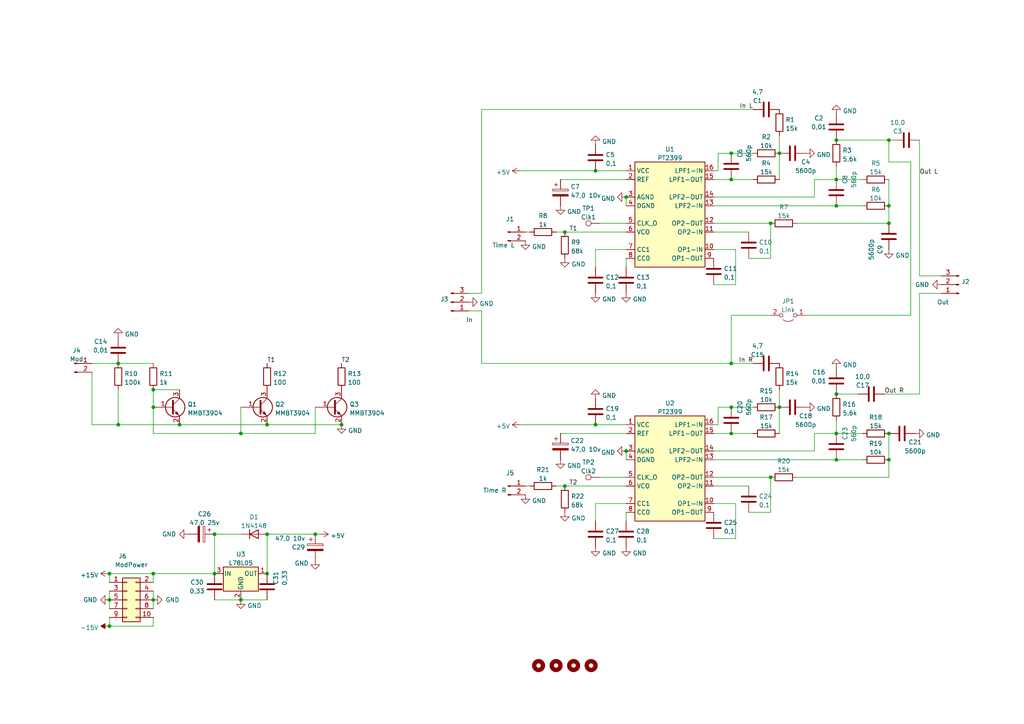
<source format=kicad_sch>
(kicad_sch (version 20211123) (generator eeschema)
  (paper "A4")
  (lib_symbols
    (symbol "Audio:PT2399"
      (property "Reference" "U" (at 0 17.78 0))
      (property "Value" "PT2399" (at 0 -17.78 0))
      (symbol "PT2399_0_1"
        (rectangle (start -10.16 15.24) (end 10.16 -15.24) (stroke (width 0.254)) (fill (type background)))
      )
      (symbol "PT2399_1_1"
        (pin power_in line (at -12.7 12.7 0) (length 2.54) (name "VCC") (number "1"))
        (pin input line (at 12.7 -10.16 180) (length 2.54) (name "OP1-IN") (number "10"))
        (pin input line (at 12.7 -5.08 180) (length 2.54) (name "OP2-IN") (number "11"))
        (pin output line (at 12.7 -2.54 180) (length 2.54) (name "OP2-OUT") (number "12"))
        (pin input line (at 12.7 2.54 180) (length 2.54) (name "LPF2-IN") (number "13"))
        (pin output line (at 12.7 5.08 180) (length 2.54) (name "LPF2-OUT") (number "14"))
        (pin output line (at 12.7 10.16 180) (length 2.54) (name "LPF1-OUT") (number "15"))
        (pin input line (at 12.7 12.7 180) (length 2.54) (name "LPF1-IN") (number "16"))
        (pin passive line (at -12.7 10.16 0) (length 2.54) (name "REF") (number "2"))
        (pin power_in line (at -12.7 5.08 0) (length 2.54) (name "AGND") (number "3"))
        (pin power_in line (at -12.7 2.54 0) (length 2.54) (name "DGND") (number "4"))
        (pin passive line (at -12.7 -2.54 0) (length 2.54) (name "CLK_O") (number "5"))
        (pin passive line (at -12.7 -5.08 0) (length 2.54) (name "VCO") (number "6"))
        (pin passive line (at -12.7 -10.16 0) (length 2.54) (name "CC1") (number "7"))
        (pin passive line (at -12.7 -12.7 0) (length 2.54) (name "CC0") (number "8"))
        (pin output line (at 12.7 -12.7 180) (length 2.54) (name "OP1-OUT") (number "9"))
      )
    )
    (symbol "Connector:Conn_01x02_Male" (pin_names (offset 1.016) hide)
      (property "Reference" "J" (at 0 2.54 0))
      (property "Value" "Conn_01x02_Male" (at 0 -5.08 0))
      (symbol "Conn_01x02_Male_1_1"
        (polyline (pts (xy 1.27 -2.54) (xy 0.8636 -2.54)) (stroke (width 0.1524)))
        (polyline (pts (xy 1.27 0) (xy 0.8636 0)) (stroke (width 0.1524)))
        (rectangle (start 0.8636 -2.413) (end 0 -2.667) (stroke (width 0.1524)) (fill (type outline)))
        (rectangle (start 0.8636 0.127) (end 0 -0.127) (stroke (width 0.1524)) (fill (type outline)))
        (pin passive line (at 5.08 0 180) (length 3.81) (name "Pin_1") (number "1"))
        (pin passive line (at 5.08 -2.54 180) (length 3.81) (name "Pin_2") (number "2"))
      )
    )
    (symbol "Connector:Conn_01x03_Male" (pin_names (offset 1.016) hide)
      (property "Reference" "J" (at 0 5.08 0))
      (property "Value" "Conn_01x03_Male" (at 0 -5.08 0))
      (symbol "Conn_01x03_Male_1_1"
        (polyline (pts (xy 1.27 -2.54) (xy 0.8636 -2.54)) (stroke (width 0.1524)))
        (polyline (pts (xy 1.27 0) (xy 0.8636 0)) (stroke (width 0.1524)))
        (polyline (pts (xy 1.27 2.54) (xy 0.8636 2.54)) (stroke (width 0.1524)))
        (rectangle (start 0.8636 -2.413) (end 0 -2.667) (stroke (width 0.1524)) (fill (type outline)))
        (rectangle (start 0.8636 0.127) (end 0 -0.127) (stroke (width 0.1524)) (fill (type outline)))
        (rectangle (start 0.8636 2.667) (end 0 2.413) (stroke (width 0.1524)) (fill (type outline)))
        (pin passive line (at 5.08 2.54 180) (length 3.81) (name "Pin_1") (number "1"))
        (pin passive line (at 5.08 0 180) (length 3.81) (name "Pin_2") (number "2"))
        (pin passive line (at 5.08 -2.54 180) (length 3.81) (name "Pin_3") (number "3"))
      )
    )
    (symbol "Connector:TestPoint" (pin_numbers hide) (pin_names (offset 0.762) hide)
      (property "Reference" "TP" (at 0 6.858 0))
      (property "Value" "TestPoint" (at 0 5.08 0))
      (symbol "TestPoint_0_1"
        (circle (center 0 3.302) (radius 0.762))
      )
      (symbol "TestPoint_1_1"
        (pin passive line (at 0 0 90) (length 2.54) (name "1") (number "1"))
      )
    )
    (symbol "Connector_Generic:Conn_02x05_Odd_Even" (pin_names (offset 1.016) hide)
      (property "Reference" "J" (at 1.27 7.62 0))
      (property "Value" "Conn_02x05_Odd_Even" (at 1.27 -7.62 0))
      (symbol "Conn_02x05_Odd_Even_1_1"
        (rectangle (start -1.27 -4.953) (end 0 -5.207) (stroke (width 0.1524)))
        (rectangle (start -1.27 -2.413) (end 0 -2.667) (stroke (width 0.1524)))
        (rectangle (start -1.27 0.127) (end 0 -0.127) (stroke (width 0.1524)))
        (rectangle (start -1.27 2.667) (end 0 2.413) (stroke (width 0.1524)))
        (rectangle (start -1.27 5.207) (end 0 4.953) (stroke (width 0.1524)))
        (rectangle (start -1.27 6.35) (end 3.81 -6.35) (stroke (width 0.254)) (fill (type background)))
        (rectangle (start 3.81 -4.953) (end 2.54 -5.207) (stroke (width 0.1524)))
        (rectangle (start 3.81 -2.413) (end 2.54 -2.667) (stroke (width 0.1524)))
        (rectangle (start 3.81 0.127) (end 2.54 -0.127) (stroke (width 0.1524)))
        (rectangle (start 3.81 2.667) (end 2.54 2.413) (stroke (width 0.1524)))
        (rectangle (start 3.81 5.207) (end 2.54 4.953) (stroke (width 0.1524)))
        (pin passive line (at -5.08 5.08 0) (length 3.81) (name "Pin_1") (number "1"))
        (pin passive line (at 7.62 -5.08 180) (length 3.81) (name "Pin_10") (number "10"))
        (pin passive line (at 7.62 5.08 180) (length 3.81) (name "Pin_2") (number "2"))
        (pin passive line (at -5.08 2.54 0) (length 3.81) (name "Pin_3") (number "3"))
        (pin passive line (at 7.62 2.54 180) (length 3.81) (name "Pin_4") (number "4"))
        (pin passive line (at -5.08 0 0) (length 3.81) (name "Pin_5") (number "5"))
        (pin passive line (at 7.62 0 180) (length 3.81) (name "Pin_6") (number "6"))
        (pin passive line (at -5.08 -2.54 0) (length 3.81) (name "Pin_7") (number "7"))
        (pin passive line (at 7.62 -2.54 180) (length 3.81) (name "Pin_8") (number "8"))
        (pin passive line (at -5.08 -5.08 0) (length 3.81) (name "Pin_9") (number "9"))
      )
    )
    (symbol "Device:C" (pin_numbers hide) (pin_names (offset 0.254))
      (property "Reference" "C" (at 0.635 2.54 0))
      (property "Value" "C" (at 0.635 -2.54 0))
      (symbol "C_0_1"
        (polyline (pts (xy -2.032 -0.762) (xy 2.032 -0.762)) (stroke (width 0.508)))
        (polyline (pts (xy -2.032 0.762) (xy 2.032 0.762)) (stroke (width 0.508)))
      )
      (symbol "C_1_1"
        (pin passive line (at 0 3.81 270) (length 2.794) (name "~") (number "1"))
        (pin passive line (at 0 -3.81 90) (length 2.794) (name "~") (number "2"))
      )
    )
    (symbol "Device:C_Polarized" (pin_numbers hide) (pin_names (offset 0.254))
      (property "Reference" "C" (at 0.635 2.54 0))
      (property "Value" "C_Polarized" (at 0.635 -2.54 0))
      (symbol "C_Polarized_0_1"
        (rectangle (start -2.286 0.508) (end 2.286 1.016))
        (polyline (pts (xy -1.778 2.286) (xy -0.762 2.286)))
        (polyline (pts (xy -1.27 2.794) (xy -1.27 1.778)))
        (rectangle (start 2.286 -0.508) (end -2.286 -1.016) (fill (type outline)))
      )
      (symbol "C_Polarized_1_1"
        (pin passive line (at 0 3.81 270) (length 2.794) (name "~") (number "1"))
        (pin passive line (at 0 -3.81 90) (length 2.794) (name "~") (number "2"))
      )
    )
    (symbol "Device:R" (pin_numbers hide) (pin_names (offset 0))
      (property "Reference" "R" (at 2.032 0 90))
      (property "Value" "R" (at 0 0 90))
      (symbol "R_0_1"
        (rectangle (start -1.016 -2.54) (end 1.016 2.54) (stroke (width 0.254)))
      )
      (symbol "R_1_1"
        (pin passive line (at 0 3.81 270) (length 1.27) (name "~") (number "1"))
        (pin passive line (at 0 -3.81 90) (length 1.27) (name "~") (number "2"))
      )
    )
    (symbol "Diode:1N4148" (pin_numbers hide) (pin_names hide)
      (property "Reference" "D" (at 0 2.54 0))
      (property "Value" "1N4148" (at 0 -2.54 0))
      (symbol "1N4148_0_1"
        (polyline (pts (xy -1.27 1.27) (xy -1.27 -1.27)) (stroke (width 0.254)))
        (polyline (pts (xy 1.27 0) (xy -1.27 0)))
        (polyline (pts (xy 1.27 1.27) (xy 1.27 -1.27) (xy -1.27 0) (xy 1.27 1.27)) (stroke (width 0.254)))
      )
      (symbol "1N4148_1_1"
        (pin passive line (at -3.81 0 0) (length 2.54) (name "K") (number "1"))
        (pin passive line (at 3.81 0 180) (length 2.54) (name "A") (number "2"))
      )
    )
    (symbol "Jumper:Jumper_2_Open" (pin_names (offset 0) hide)
      (property "Reference" "JP" (at 0 2.794 0))
      (property "Value" "Jumper_2_Open" (at 0 -2.286 0))
      (symbol "Jumper_2_Open_0_0"
        (circle (center -2.032 0) (radius 0.508))
        (circle (center 2.032 0) (radius 0.508))
      )
      (symbol "Jumper_2_Open_0_1"
        (arc (start 1.524 1.27) (mid 0 1.778) (end -1.524 1.27))
      )
      (symbol "Jumper_2_Open_1_1"
        (pin passive line (at -5.08 0 0) (length 2.54) (name "A") (number "1"))
        (pin passive line (at 5.08 0 180) (length 2.54) (name "B") (number "2"))
      )
    )
    (symbol "Mechanical:MountingHole" (pin_names (offset 1.016))
      (property "Reference" "H" (at 0 5.08 0))
      (property "Value" "MountingHole" (at 0 3.175 0))
      (symbol "MountingHole_0_1"
        (circle (center 0 0) (radius 1.27) (stroke (width 1.27)))
      )
    )
    (symbol "Regulator_Linear:L78L05_SOT89" (pin_names (offset 0.254))
      (property "Reference" "U" (at -3.81 3.175 0))
      (property "Value" "L78L05_SOT89" (at -0.635 3.175 0))
      (symbol "L78L05_SOT89_0_1"
        (rectangle (start -5.08 1.905) (end 5.08 -5.08) (stroke (width 0.254)) (fill (type background)))
      )
      (symbol "L78L05_SOT89_1_1"
        (pin power_out line (at 7.62 0 180) (length 2.54) (name "OUT") (number "1"))
        (pin power_in line (at 0 -7.62 90) (length 2.54) (name "GND") (number "2"))
        (pin power_in line (at -7.62 0 0) (length 2.54) (name "IN") (number "3"))
      )
    )
    (symbol "Transistor_BJT:MMBT3904" (pin_names (offset 0) hide)
      (property "Reference" "Q" (at 5.08 1.905 0))
      (property "Value" "MMBT3904" (at 5.08 0 0))
      (symbol "MMBT3904_0_1"
        (polyline (pts (xy 0.635 0.635) (xy 2.54 2.54)))
        (polyline (pts (xy 0.635 -0.635) (xy 2.54 -2.54) (xy 2.54 -2.54)))
        (polyline (pts (xy 0.635 1.905) (xy 0.635 -1.905) (xy 0.635 -1.905)) (stroke (width 0.508)))
        (polyline (pts (xy 1.27 -1.778) (xy 1.778 -1.27) (xy 2.286 -2.286) (xy 1.27 -1.778) (xy 1.27 -1.778)) (fill (type outline)))
        (circle (center 1.27 0) (radius 2.8194) (stroke (width 0.254)))
      )
      (symbol "MMBT3904_1_1"
        (pin input line (at -5.08 0 0) (length 5.715) (name "B") (number "1"))
        (pin passive line (at 2.54 -5.08 90) (length 2.54) (name "E") (number "2"))
        (pin passive line (at 2.54 5.08 270) (length 2.54) (name "C") (number "3"))
      )
    )
    (symbol "power:+15V" (power) (pin_names (offset 0))
      (property "Value" "+15V" (at 0 3.556 0))
      (symbol "+15V_0_1"
        (polyline (pts (xy -0.762 1.27) (xy 0 2.54)))
        (polyline (pts (xy 0 0) (xy 0 2.54)))
        (polyline (pts (xy 0 2.54) (xy 0.762 1.27)))
      )
      (symbol "+15V_1_1"
        (pin power_in line (at 0 0 90) (length 0) hide (name "+15V") (number "1"))
      )
    )
    (symbol "power:+5V" (power) (pin_names (offset 0))
      (property "Value" "+5V" (at 0 3.556 0))
      (symbol "+5V_0_1"
        (polyline (pts (xy -0.762 1.27) (xy 0 2.54)))
        (polyline (pts (xy 0 0) (xy 0 2.54)))
        (polyline (pts (xy 0 2.54) (xy 0.762 1.27)))
      )
      (symbol "+5V_1_1"
        (pin power_in line (at 0 0 90) (length 0) hide (name "+5V") (number "1"))
      )
    )
    (symbol "power:-15V" (power) (pin_names (offset 0))
      (property "Value" "-15V" (at 0 3.81 0))
      (symbol "-15V_0_0"
        (pin power_in line (at 0 0 90) (length 0) hide (name "-15V") (number "1"))
      )
      (symbol "-15V_0_1"
        (polyline (pts (xy 0 0) (xy 0 1.27) (xy 0.762 1.27) (xy 0 2.54) (xy -0.762 1.27) (xy 0 1.27)) (fill (type outline)))
      )
    )
    (symbol "power:GND" (power) (pin_names (offset 0))
      (property "Value" "GND" (at 0 -3.81 0))
      (symbol "GND_0_1"
        (polyline (pts (xy 0 0) (xy 0 -1.27) (xy 1.27 -1.27) (xy 0 -2.54) (xy -1.27 -1.27) (xy 0 -1.27)))
      )
      (symbol "GND_1_1"
        (pin power_in line (at 0 0 270) (length 0) hide (name "GND") (number "1"))
      )
    )
  )
  (junction (at 242.57 59.69))
  (junction (at 69.85 125.73))
  (junction (at 181.61 130.81))
  (junction (at 69.85 173.99))
  (junction (at 91.44 154.94))
  (junction (at 77.47 154.94))
  (junction (at 257.81 40.64))
  (junction (at 242.57 52.07))
  (junction (at 62.23 166.37))
  (junction (at 172.72 49.53))
  (junction (at 242.57 40.64))
  (junction (at 242.57 133.35))
  (junction (at 44.45 173.99))
  (junction (at 62.23 154.94))
  (junction (at 226.06 118.11))
  (junction (at 223.52 138.43))
  (junction (at 242.57 114.3))
  (junction (at 77.47 123.19))
  (junction (at 44.45 113.03))
  (junction (at 226.06 44.45))
  (junction (at 163.83 67.31))
  (junction (at 223.52 64.77))
  (junction (at 172.72 123.19))
  (junction (at 181.61 57.15))
  (junction (at 212.09 105.41))
  (junction (at 212.09 44.45))
  (junction (at 212.09 52.07))
  (junction (at 257.81 64.77))
  (junction (at 31.75 173.99))
  (junction (at 77.47 166.37))
  (junction (at 212.09 118.11))
  (junction (at 52.07 123.19))
  (junction (at 44.45 118.11))
  (junction (at 34.29 123.19))
  (junction (at 257.81 59.69))
  (junction (at 31.75 181.61))
  (junction (at 212.09 125.73))
  (junction (at 99.06 123.19))
  (junction (at 44.45 166.37))
  (junction (at 31.75 166.37))
  (junction (at 242.57 125.73))
  (junction (at 163.83 140.97))
  (junction (at 257.81 133.35))
  (junction (at 34.29 105.41))
  (junction (at 257.81 125.73))
  (wire (pts (xy 212.09 125.73) (xy 218.44 125.73)))
  (wire (pts (xy 31.75 166.37) (xy 44.45 166.37)))
  (wire (pts (xy 44.45 166.37) (xy 44.45 168.91)))
  (wire (pts (xy 242.57 133.35) (xy 250.19 133.35)))
  (wire (pts (xy 236.22 52.07) (xy 242.57 52.07)))
  (wire (pts (xy 91.44 118.11) (xy 91.44 125.73)))
  (wire (pts (xy 207.01 140.97) (xy 217.17 140.97)))
  (wire (pts (xy 242.57 48.26) (xy 242.57 52.07)))
  (wire (pts (xy 69.85 118.11) (xy 69.85 125.73)))
  (wire (pts (xy 207.01 52.07) (xy 212.09 52.07)))
  (wire (pts (xy 223.52 148.59) (xy 223.52 138.43)))
  (wire (pts (xy 181.61 130.81) (xy 181.61 133.35)))
  (wire (pts (xy 181.61 74.93) (xy 181.61 77.47)))
  (wire (pts (xy 181.61 57.15) (xy 181.61 59.69)))
  (wire (pts (xy 31.75 168.91) (xy 31.75 166.37)))
  (wire (pts (xy 213.36 146.05) (xy 207.01 146.05)))
  (wire (pts (xy 212.09 105.41) (xy 218.44 105.41)))
  (wire (pts (xy 242.57 125.73) (xy 250.19 125.73)))
  (wire (pts (xy 207.01 82.55) (xy 213.36 82.55)))
  (wire (pts (xy 139.7 90.17) (xy 139.7 105.41)))
  (wire (pts (xy 34.29 113.03) (xy 34.29 123.19)))
  (wire (pts (xy 223.52 74.93) (xy 223.52 64.77)))
  (wire (pts (xy 213.36 72.39) (xy 207.01 72.39)))
  (wire (pts (xy 257.81 138.43) (xy 257.81 133.35)))
  (wire (pts (xy 212.09 44.45) (xy 218.44 44.45)))
  (wire (pts (xy 264.16 91.44) (xy 264.16 46.99)))
  (wire (pts (xy 226.06 39.37) (xy 226.06 44.45)))
  (wire (pts (xy 207.01 123.19) (xy 208.28 123.19)))
  (wire (pts (xy 151.13 123.19) (xy 172.72 123.19)))
  (wire (pts (xy 77.47 154.94) (xy 77.47 166.37)))
  (wire (pts (xy 226.06 44.45) (xy 226.06 52.07)))
  (wire (pts (xy 208.28 123.19) (xy 208.28 118.11)))
  (wire (pts (xy 161.29 67.31) (xy 163.83 67.31)))
  (wire (pts (xy 26.67 107.95) (xy 26.67 123.19)))
  (wire (pts (xy 213.36 82.55) (xy 213.36 72.39)))
  (wire (pts (xy 242.57 59.69) (xy 250.19 59.69)))
  (wire (pts (xy 151.13 49.53) (xy 172.72 49.53)))
  (wire (pts (xy 31.75 171.45) (xy 31.75 173.99)))
  (wire (pts (xy 44.45 166.37) (xy 62.23 166.37)))
  (wire (pts (xy 208.28 44.45) (xy 212.09 44.45)))
  (wire (pts (xy 152.4 67.31) (xy 153.67 67.31)))
  (wire (pts (xy 217.17 74.93) (xy 223.52 74.93)))
  (wire (pts (xy 273.05 80.01) (xy 266.7 80.01)))
  (wire (pts (xy 31.75 173.99) (xy 31.75 176.53)))
  (wire (pts (xy 207.01 156.21) (xy 213.36 156.21)))
  (wire (pts (xy 26.67 105.41) (xy 34.29 105.41)))
  (wire (pts (xy 236.22 130.81) (xy 236.22 125.73)))
  (wire (pts (xy 91.44 154.94) (xy 77.47 154.94)))
  (wire (pts (xy 163.83 67.31) (xy 181.61 67.31)))
  (wire (pts (xy 207.01 130.81) (xy 236.22 130.81)))
  (wire (pts (xy 52.07 123.19) (xy 77.47 123.19)))
  (wire (pts (xy 223.52 138.43) (xy 207.01 138.43)))
  (wire (pts (xy 236.22 57.15) (xy 236.22 52.07)))
  (wire (pts (xy 92.71 154.94) (xy 91.44 154.94)))
  (wire (pts (xy 162.56 52.07) (xy 181.61 52.07)))
  (wire (pts (xy 257.81 40.64) (xy 259.08 40.64)))
  (wire (pts (xy 273.05 85.09) (xy 266.7 85.09)))
  (wire (pts (xy 139.7 31.75) (xy 218.44 31.75)))
  (wire (pts (xy 233.68 91.44) (xy 264.16 91.44)))
  (wire (pts (xy 266.7 85.09) (xy 266.7 114.3)))
  (wire (pts (xy 226.06 118.11) (xy 226.06 125.73)))
  (wire (pts (xy 231.14 64.77) (xy 257.81 64.77)))
  (wire (pts (xy 257.81 46.99) (xy 257.81 40.64)))
  (wire (pts (xy 31.75 181.61) (xy 44.45 181.61)))
  (wire (pts (xy 217.17 148.59) (xy 223.52 148.59)))
  (wire (pts (xy 135.89 85.09) (xy 139.7 85.09)))
  (wire (pts (xy 257.81 125.73) (xy 257.81 133.35)))
  (wire (pts (xy 44.45 118.11) (xy 44.45 125.73)))
  (wire (pts (xy 181.61 72.39) (xy 172.72 72.39)))
  (wire (pts (xy 31.75 179.07) (xy 31.75 181.61)))
  (wire (pts (xy 207.01 57.15) (xy 236.22 57.15)))
  (wire (pts (xy 34.29 123.19) (xy 52.07 123.19)))
  (wire (pts (xy 34.29 105.41) (xy 44.45 105.41)))
  (wire (pts (xy 77.47 123.19) (xy 99.06 123.19)))
  (wire (pts (xy 139.7 105.41) (xy 212.09 105.41)))
  (wire (pts (xy 207.01 49.53) (xy 208.28 49.53)))
  (wire (pts (xy 212.09 52.07) (xy 218.44 52.07)))
  (wire (pts (xy 242.57 40.64) (xy 257.81 40.64)))
  (wire (pts (xy 236.22 125.73) (xy 242.57 125.73)))
  (wire (pts (xy 173.99 64.77) (xy 181.61 64.77)))
  (wire (pts (xy 91.44 125.73) (xy 69.85 125.73)))
  (wire (pts (xy 213.36 156.21) (xy 213.36 146.05)))
  (wire (pts (xy 62.23 173.99) (xy 69.85 173.99)))
  (wire (pts (xy 172.72 72.39) (xy 172.72 77.47)))
  (wire (pts (xy 172.72 123.19) (xy 181.61 123.19)))
  (wire (pts (xy 172.72 49.53) (xy 181.61 49.53)))
  (wire (pts (xy 181.61 148.59) (xy 181.61 151.13)))
  (wire (pts (xy 226.06 113.03) (xy 226.06 118.11)))
  (wire (pts (xy 242.57 114.3) (xy 248.92 114.3)))
  (wire (pts (xy 257.81 52.07) (xy 257.81 59.69)))
  (wire (pts (xy 172.72 146.05) (xy 172.72 151.13)))
  (wire (pts (xy 135.89 90.17) (xy 139.7 90.17)))
  (wire (pts (xy 207.01 67.31) (xy 217.17 67.31)))
  (wire (pts (xy 62.23 154.94) (xy 62.23 166.37)))
  (wire (pts (xy 181.61 146.05) (xy 172.72 146.05)))
  (wire (pts (xy 264.16 46.99) (xy 257.81 46.99)))
  (wire (pts (xy 69.85 154.94) (xy 62.23 154.94)))
  (wire (pts (xy 44.45 181.61) (xy 44.45 179.07)))
  (wire (pts (xy 173.99 138.43) (xy 181.61 138.43)))
  (wire (pts (xy 242.57 121.92) (xy 242.57 125.73)))
  (wire (pts (xy 152.4 140.97) (xy 153.67 140.97)))
  (wire (pts (xy 207.01 59.69) (xy 242.57 59.69)))
  (wire (pts (xy 223.52 91.44) (xy 212.09 91.44)))
  (wire (pts (xy 139.7 31.75) (xy 139.7 85.09)))
  (wire (pts (xy 208.28 49.53) (xy 208.28 44.45)))
  (wire (pts (xy 242.57 52.07) (xy 250.19 52.07)))
  (wire (pts (xy 44.45 171.45) (xy 44.45 173.99)))
  (wire (pts (xy 162.56 125.73) (xy 181.61 125.73)))
  (wire (pts (xy 52.07 113.03) (xy 44.45 113.03)))
  (wire (pts (xy 231.14 138.43) (xy 257.81 138.43)))
  (wire (pts (xy 26.67 123.19) (xy 34.29 123.19)))
  (wire (pts (xy 266.7 114.3) (xy 256.54 114.3)))
  (wire (pts (xy 208.28 118.11) (xy 212.09 118.11)))
  (wire (pts (xy 69.85 173.99) (xy 77.47 173.99)))
  (wire (pts (xy 212.09 91.44) (xy 212.09 105.41)))
  (wire (pts (xy 207.01 133.35) (xy 242.57 133.35)))
  (wire (pts (xy 212.09 118.11) (xy 218.44 118.11)))
  (wire (pts (xy 163.83 140.97) (xy 181.61 140.97)))
  (wire (pts (xy 257.81 64.77) (xy 257.81 59.69)))
  (wire (pts (xy 44.45 173.99) (xy 44.45 176.53)))
  (wire (pts (xy 207.01 125.73) (xy 212.09 125.73)))
  (wire (pts (xy 44.45 125.73) (xy 69.85 125.73)))
  (wire (pts (xy 161.29 140.97) (xy 163.83 140.97)))
  (wire (pts (xy 266.7 40.64) (xy 266.7 80.01)))
  (wire (pts (xy 223.52 64.77) (xy 207.01 64.77)))
  (wire (pts (xy 44.45 113.03) (xy 44.45 118.11)))
  (label "T2" (at 99.06 105.41 0))
  (label "Out R" (at 256.54 114.3 0))
  (label "In R" (at 218.44 105.41 180))
  (label "T2" (at 165.1 140.97 0))
  (label "T1" (at 165.1 67.31 0))
  (label "Out L" (at 266.7 50.8 0))
  (label "T1" (at 77.47 105.41 0))
  (label "In L" (at 218.44 31.75 180))
  (symbol (lib_id "Mechanical:MountingHole") (at 166.37 193.04 0) (unit 1)
    (property "Reference" "H3" (effects hide))
    (property "Value" "MountingHole" (effects hide))
    (property "Footprint" "MountingHole:MountingHole_3.2mm_M3" (effects hide))
  )
  (symbol (lib_id "power:GND") (at 152.4 143.51 0) (unit 1)
    (property "Reference" "#PWR022" (effects hide))
    (property "Value" "GND" (at 154.305 145.2138 0) (effects (justify left)))
  )
  (symbol (lib_id "Device:C") (at 257.81 68.58 0) (unit 1)
    (property "Reference" "C9" (at 255.27 72.39 90))
    (property "Value" "5600p" (at 252.73 72.39 90))
    (property "Footprint" "Capacitor_THT:C_Disc_D5.0mm_W2.5mm_P2.50mm" (effects hide))
  )
  (symbol (lib_id "Device:R") (at 254 59.69 90) (unit 1)
    (property "Reference" "R6" (at 254 54.9742 90))
    (property "Value" "10k" (at 254 57.5111 90))
    (property "Footprint" "Resistor_SMD:R_1206_3216Metric_Pad1.30x1.75mm_HandSolder" (effects hide))
  )
  (symbol (lib_id "power:GND") (at 31.75 173.99 270) (unit 1)
    (property "Reference" "#PWR030" (effects hide))
    (property "Value" "GND" (at 24.13 173.99 90) (effects (justify left)))
  )
  (symbol (lib_id "Device:C") (at 262.89 40.64 270) (unit 1)
    (property "Reference" "C3" (at 260.35 38.1 90))
    (property "Value" "10,0" (at 260.35 35.56 90))
    (property "Footprint" "Capacitor_SMD:C_0805_2012Metric_Pad1.18x1.45mm_HandSolder" (effects hide))
  )
  (symbol (lib_id "power:GND") (at 135.89 87.63 90) (unit 1)
    (property "Reference" "#PWR?" (effects hide))
    (property "Value" "GND" (at 139.065 88.0638 90) (effects (justify right)))
  )
  (symbol (lib_id "power:GND") (at 44.45 173.99 90) (unit 1)
    (property "Reference" "#PWR031" (effects hide))
    (property "Value" "GND" (at 52.07 173.99 90) (effects (justify left)))
  )
  (symbol (lib_id "Mechanical:MountingHole") (at 156.21 193.04 0) (unit 1)
    (property "Reference" "H1" (effects hide))
    (property "Value" "MountingHole" (effects hide))
    (property "Footprint" "MountingHole:MountingHole_3.2mm_M3" (effects hide))
  )
  (symbol (lib_id "power:+15V") (at 31.75 166.37 90) (unit 1)
    (property "Reference" "#PWR029" (effects hide))
    (property "Value" "+15V" (at 28.575 166.8038 90) (effects (justify left)))
  )
  (symbol (lib_id "Device:R") (at 77.47 109.22 180) (unit 1)
    (property "Reference" "R12" (at 79.248 108.3853 0) (effects (justify right)))
    (property "Value" "100" (at 79.248 110.9222 0) (effects (justify right)))
    (property "Footprint" "Resistor_SMD:R_1206_3216Metric_Pad1.30x1.75mm_HandSolder" (effects hide))
  )
  (symbol (lib_id "power:GND") (at 242.57 106.68 180) (unit 1)
    (property "Reference" "#PWR014" (effects hide))
    (property "Value" "GND" (at 244.475 105.8438 0) (effects (justify right)))
  )
  (symbol (lib_id "Device:R") (at 227.33 64.77 90) (unit 1)
    (property "Reference" "R7" (at 227.33 60.0542 90))
    (property "Value" "15k" (at 227.33 62.5911 90))
    (property "Footprint" "Resistor_SMD:R_1206_3216Metric_Pad1.30x1.75mm_HandSolder" (effects hide))
  )
  (symbol (lib_id "Device:R") (at 226.06 35.56 180) (unit 1)
    (property "Reference" "R1" (at 227.838 34.7253 0) (effects (justify right)))
    (property "Value" "15k" (at 227.838 37.2622 0) (effects (justify right)))
    (property "Footprint" "Resistor_SMD:R_1206_3216Metric_Pad1.30x1.75mm_HandSolder" (effects hide))
  )
  (symbol (lib_id "Device:C") (at 181.61 81.28 0) (unit 1)
    (property "Reference" "C13" (at 184.531 80.4453 0) (effects (justify left)))
    (property "Value" "0,1" (at 184.531 82.9822 0) (effects (justify left)))
    (property "Footprint" "Capacitor_SMD:C_1206_3216Metric_Pad1.33x1.80mm_HandSolder" (effects hide))
  )
  (symbol (lib_id "power:GND") (at 172.72 115.57 180) (unit 1)
    (property "Reference" "#PWR015" (effects hide))
    (property "Value" "GND" (at 174.625 114.7338 0) (effects (justify right)))
  )
  (symbol (lib_id "Device:R") (at 44.45 109.22 180) (unit 1)
    (property "Reference" "R11" (at 46.228 108.3853 0) (effects (justify right)))
    (property "Value" "1k" (at 46.228 110.9222 0) (effects (justify right)))
    (property "Footprint" "Resistor_SMD:R_1206_3216Metric_Pad1.30x1.75mm_HandSolder" (effects hide))
  )
  (symbol (lib_id "Device:C_Polarized") (at 162.56 55.88 0) (unit 1)
    (property "Reference" "C7" (at 165.481 54.1563 0) (effects (justify left)))
    (property "Value" "47,0 10v" (at 165.481 56.6932 0) (effects (justify left)))
    (property "Footprint" "Capacitor_THT:CP_Radial_D5.0mm_P2.50mm" (effects hide))
  )
  (symbol (lib_id "power:GND") (at 163.83 74.93 0) (unit 1)
    (property "Reference" "#PWR09" (effects hide))
    (property "Value" "GND" (at 165.735 76.6338 0) (effects (justify left)))
  )
  (symbol (lib_id "Connector_Generic:Conn_02x05_Odd_Even") (at 36.83 173.99 0) (unit 1)
    (property "Reference" "J6" (at 35.56 161.29 0))
    (property "Value" "ModPower" (at 38.1 163.83 0))
    (property "Footprint" "Connector_PinHeader_2.54mm:PinHeader_2x05_P2.54mm_Vertical" (effects hide))
  )
  (symbol (lib_id "Device:R") (at 226.06 109.22 180) (unit 1)
    (property "Reference" "R14" (at 227.838 108.3853 0) (effects (justify right)))
    (property "Value" "15k" (at 227.838 110.9222 0) (effects (justify right)))
    (property "Footprint" "Resistor_SMD:R_1206_3216Metric_Pad1.30x1.75mm_HandSolder" (effects hide))
  )
  (symbol (lib_id "power:GND") (at 242.57 33.02 180) (unit 1)
    (property "Reference" "#PWR01" (effects hide))
    (property "Value" "GND" (at 244.475 32.1838 0) (effects (justify right)))
  )
  (symbol (lib_id "Diode:1N4148") (at 73.66 154.94 0) (unit 1)
    (property "Reference" "D1" (at 73.66 149.9702 0))
    (property "Value" "1N4148" (at 73.66 152.5071 0))
    (property "Footprint" "Diode_SMD:D_MiniMELF" (effects hide))
    (property "Datasheet" "https://assets.nexperia.com/documents/data-sheet/1N4148_1N4448.pdf" (effects hide))
  )
  (symbol (lib_id "Device:R") (at 163.83 71.12 180) (unit 1)
    (property "Reference" "R9" (at 165.608 70.2853 0) (effects (justify right)))
    (property "Value" "68k" (at 165.608 72.8222 0) (effects (justify right)))
    (property "Footprint" "Resistor_SMD:R_1206_3216Metric_Pad1.30x1.75mm_HandSolder" (effects hide))
  )
  (symbol (lib_id "Connector:Conn_01x02_Male") (at 21.59 105.41 0) (unit 1)
    (property "Reference" "J4" (at 22.225 101.634 0))
    (property "Value" "Mod" (at 22.225 104.1709 0))
    (property "Footprint" "Connector_PinHeader_2.54mm:PinHeader_1x02_P2.54mm_Vertical" (effects hide))
  )
  (symbol (lib_id "power:GND") (at 265.43 125.73 90) (unit 1)
    (property "Reference" "#PWR019" (effects hide))
    (property "Value" "GND" (at 268.605 126.1638 90) (effects (justify right)))
  )
  (symbol (lib_id "Regulator_Linear:L78L05_SOT89") (at 69.85 166.37 0) (unit 1)
    (property "Reference" "U3" (at 69.85 160.7652 0))
    (property "Value" "L78L05" (at 69.85 163.3021 0))
    (property "Footprint" "Package_TO_SOT_SMD:SOT-89-3" (effects hide))
    (property "Datasheet" "http://www.st.com/content/ccc/resource/technical/document/datasheet/15/55/e5/aa/23/5b/43/fd/CD00000446.pdf/files/CD00000446.pdf/jcr:content/translations/en.CD00000446.pdf" (effects hide))
  )
  (symbol (lib_id "Device:C") (at 172.72 154.94 0) (unit 1)
    (property "Reference" "C27" (at 175.641 154.1053 0) (effects (justify left)))
    (property "Value" "0,1" (at 175.641 156.6422 0) (effects (justify left)))
    (property "Footprint" "Capacitor_SMD:C_1206_3216Metric_Pad1.33x1.80mm_HandSolder" (effects hide))
  )
  (symbol (lib_id "Device:R") (at 34.29 109.22 180) (unit 1)
    (property "Reference" "R10" (at 36.068 108.3853 0) (effects (justify right)))
    (property "Value" "100k" (at 36.068 110.9222 0) (effects (justify right)))
    (property "Footprint" "Resistor_SMD:R_1206_3216Metric_Pad1.30x1.75mm_HandSolder" (effects hide))
  )
  (symbol (lib_id "Connector:Conn_01x02_Male") (at 147.32 67.31 0) (unit 1)
    (property "Reference" "J1" (at 147.955 63.534 0))
    (property "Value" "Time L" (at 146.05 71.12 0))
    (property "Footprint" "Connector_PinHeader_2.54mm:PinHeader_1x02_P2.54mm_Vertical" (effects hide))
  )
  (symbol (lib_id "Device:C") (at 252.73 114.3 270) (unit 1)
    (property "Reference" "C17" (at 250.19 111.76 90))
    (property "Value" "10,0" (at 250.19 109.22 90))
    (property "Footprint" "Capacitor_SMD:C_0805_2012Metric_Pad1.18x1.45mm_HandSolder" (effects hide))
  )
  (symbol (lib_id "Transistor_BJT:MMBT3904") (at 74.93 118.11 0) (unit 1)
    (property "Reference" "Q2" (at 79.7814 117.2753 0) (effects (justify left)))
    (property "Value" "MMBT3904" (at 79.7814 119.8122 0) (effects (justify left)))
    (property "Footprint" "Package_TO_SOT_SMD:SOT-23" (effects hide))
    (property "Datasheet" "https://www.onsemi.com/pub/Collateral/2N3903-D.PDF" (effects hide))
  )
  (symbol (lib_id "power:GND") (at 273.05 82.55 270) (unit 1)
    (property "Reference" "#PWR010" (effects hide))
    (property "Value" "GND" (at 265.43 82.55 90) (effects (justify left)))
  )
  (symbol (lib_id "power:GND") (at 91.44 162.56 0) (unit 1)
    (property "Reference" "#PWR028" (effects hide))
    (property "Value" "GND" (at 89.535 163.3962 0) (effects (justify right)))
  )
  (symbol (lib_id "Device:C") (at 207.01 152.4 180) (unit 1)
    (property "Reference" "C25" (at 209.931 151.5653 0) (effects (justify right)))
    (property "Value" "0,1" (at 209.931 154.1022 0) (effects (justify right)))
    (property "Footprint" "Capacitor_SMD:C_1206_3216Metric_Pad1.33x1.80mm_HandSolder" (effects hide))
  )
  (symbol (lib_id "power:GND") (at 233.68 44.45 90) (unit 1)
    (property "Reference" "#PWR03" (effects hide))
    (property "Value" "GND" (at 236.855 44.8838 90) (effects (justify right)))
  )
  (symbol (lib_id "Device:R") (at 222.25 44.45 90) (unit 1)
    (property "Reference" "R2" (at 222.25 39.7342 90))
    (property "Value" "10k" (at 222.25 42.2711 90))
    (property "Footprint" "Resistor_SMD:R_1206_3216Metric_Pad1.30x1.75mm_HandSolder" (effects hide))
  )
  (symbol (lib_id "Device:C_Polarized") (at 58.42 154.94 270) (unit 1)
    (property "Reference" "C26" (at 59.309 149.0812 90))
    (property "Value" "47,0 25v" (at 59.309 151.6181 90))
    (property "Footprint" "Capacitor_THT:CP_Radial_D5.0mm_P2.50mm" (effects hide))
  )
  (symbol (lib_id "Device:R") (at 99.06 109.22 180) (unit 1)
    (property "Reference" "R13" (at 100.838 108.3853 0) (effects (justify right)))
    (property "Value" "100" (at 100.838 110.9222 0) (effects (justify right)))
    (property "Footprint" "Resistor_SMD:R_1206_3216Metric_Pad1.30x1.75mm_HandSolder" (effects hide))
  )
  (symbol (lib_id "Device:C") (at 229.87 44.45 90) (unit 1)
    (property "Reference" "C4" (at 233.68 46.99 90))
    (property "Value" "5600p" (at 233.68 49.53 90))
    (property "Footprint" "Capacitor_THT:C_Disc_D5.0mm_W2.5mm_P2.50mm" (effects hide))
  )
  (symbol (lib_id "power:+5V") (at 151.13 123.19 90) (unit 1)
    (property "Reference" "#PWR018" (effects hide))
    (property "Value" "+5V" (at 147.9551 123.6238 90) (effects (justify left)))
  )
  (symbol (lib_id "power:GND") (at 181.61 130.81 270) (unit 1)
    (property "Reference" "#PWR020" (effects hide))
    (property "Value" "GND" (at 178.4351 131.2438 90) (effects (justify right)))
  )
  (symbol (lib_id "power:-15V") (at 31.75 181.61 90) (unit 1)
    (property "Reference" "#PWR033" (effects hide))
    (property "Value" "-15V" (at 28.575 182.0438 90) (effects (justify left)))
  )
  (symbol (lib_id "power:GND") (at 257.81 72.39 0) (unit 1)
    (property "Reference" "#PWR08" (effects hide))
    (property "Value" "GND" (at 259.715 74.0938 0) (effects (justify left)))
  )
  (symbol (lib_id "power:GND") (at 34.29 97.79 180) (unit 1)
    (property "Reference" "#PWR013" (effects hide))
    (property "Value" "GND" (at 36.195 96.9538 0) (effects (justify right)))
  )
  (symbol (lib_id "power:GND") (at 172.72 41.91 180) (unit 1)
    (property "Reference" "#PWR02" (effects hide))
    (property "Value" "GND" (at 174.625 41.0738 0) (effects (justify right)))
  )
  (symbol (lib_id "Device:C") (at 172.72 45.72 0) (unit 1)
    (property "Reference" "C5" (at 175.641 44.8853 0) (effects (justify left)))
    (property "Value" "0,1" (at 175.641 47.4222 0) (effects (justify left)))
    (property "Footprint" "Capacitor_SMD:C_1206_3216Metric_Pad1.33x1.80mm_HandSolder" (effects hide))
  )
  (symbol (lib_id "Device:C") (at 172.72 119.38 0) (unit 1)
    (property "Reference" "C19" (at 175.641 118.5453 0) (effects (justify left)))
    (property "Value" "0,1" (at 175.641 121.0822 0) (effects (justify left)))
    (property "Footprint" "Capacitor_SMD:C_1206_3216Metric_Pad1.33x1.80mm_HandSolder" (effects hide))
  )
  (symbol (lib_id "Device:C_Polarized") (at 162.56 129.54 0) (unit 1)
    (property "Reference" "C22" (at 165.481 127.8163 0) (effects (justify left)))
    (property "Value" "47,0 10v" (at 165.481 130.3532 0) (effects (justify left)))
    (property "Footprint" "Capacitor_THT:CP_Radial_D5.0mm_P2.50mm" (effects hide))
  )
  (symbol (lib_id "Device:C") (at 242.57 55.88 180) (unit 1)
    (property "Reference" "C8" (at 245.11 52.07 90))
    (property "Value" "560p" (at 247.65 52.07 90))
    (property "Footprint" "Capacitor_THT:C_Disc_D5.0mm_W2.5mm_P2.50mm" (effects hide))
  )
  (symbol (lib_id "Connector:Conn_01x03_Male") (at 278.13 82.55 180) (unit 1)
    (property "Reference" "J2" (at 278.8412 81.7153 0) (effects (justify right)))
    (property "Value" "Out" (at 271.78 87.63 0) (effects (justify right)))
    (property "Footprint" "Connector_PinHeader_2.54mm:PinHeader_1x03_P2.54mm_Vertical" (effects hide))
  )
  (symbol (lib_id "Device:C") (at 34.29 101.6 180) (unit 1)
    (property "Reference" "C14" (at 29.21 99.06 0))
    (property "Value" "0,01" (at 29.21 101.6 0))
    (property "Footprint" "Capacitor_SMD:C_0805_2012Metric_Pad1.18x1.45mm_HandSolder" (effects hide))
  )
  (symbol (lib_id "Device:R") (at 242.57 44.45 180) (unit 1)
    (property "Reference" "R3" (at 244.348 43.6153 0) (effects (justify right)))
    (property "Value" "5,6k" (at 244.348 46.1522 0) (effects (justify right)))
    (property "Footprint" "Resistor_SMD:R_1206_3216Metric_Pad1.30x1.75mm_HandSolder" (effects hide))
  )
  (symbol (lib_id "Device:R") (at 254 52.07 90) (unit 1)
    (property "Reference" "R5" (at 254 47.3542 90))
    (property "Value" "15k" (at 254 49.8911 90))
    (property "Footprint" "Resistor_SMD:R_1206_3216Metric_Pad1.30x1.75mm_HandSolder" (effects hide))
  )
  (symbol (lib_id "power:GND") (at 163.83 148.59 0) (unit 1)
    (property "Reference" "#PWR023" (effects hide))
    (property "Value" "GND" (at 165.735 150.2938 0) (effects (justify left)))
  )
  (symbol (lib_id "power:GND") (at 181.61 158.75 0) (unit 1)
    (property "Reference" "#PWR027" (effects hide))
    (property "Value" "GND" (at 183.515 160.4538 0) (effects (justify left)))
  )
  (symbol (lib_id "Device:C") (at 229.87 118.11 90) (unit 1)
    (property "Reference" "C18" (at 233.68 120.65 90))
    (property "Value" "5600p" (at 233.68 123.19 90))
    (property "Footprint" "Capacitor_THT:C_Disc_D5.0mm_W2.5mm_P2.50mm" (effects hide))
  )
  (symbol (lib_id "Device:R") (at 242.57 118.11 180) (unit 1)
    (property "Reference" "R16" (at 244.348 117.2753 0) (effects (justify right)))
    (property "Value" "5,6k" (at 244.348 119.8122 0) (effects (justify right)))
    (property "Footprint" "Resistor_SMD:R_1206_3216Metric_Pad1.30x1.75mm_HandSolder" (effects hide))
  )
  (symbol (lib_id "Audio:PT2399") (at 194.31 135.89 0) (unit 1)
    (property "Reference" "U2" (at 194.31 116.9502 0))
    (property "Value" "PT2399" (at 194.31 119.4871 0))
    (property "Footprint" "Package_DIP:DIP-16_W7.62mm_Socket_LongPads" (effects hide))
    (property "Datasheet" "http://sound.westhost.com/pt2399.pdf" (effects hide))
  )
  (symbol (lib_id "Device:R") (at 222.25 52.07 90) (unit 1)
    (property "Reference" "R4" (at 222.25 47.3542 90))
    (property "Value" "15k" (at 222.25 49.8911 90))
    (property "Footprint" "Resistor_SMD:R_1206_3216Metric_Pad1.30x1.75mm_HandSolder" (effects hide))
  )
  (symbol (lib_id "Device:R") (at 157.48 67.31 90) (unit 1)
    (property "Reference" "R8" (at 157.48 62.5942 90))
    (property "Value" "1k" (at 157.48 65.1311 90))
    (property "Footprint" "Resistor_SMD:R_1206_3216Metric_Pad1.30x1.75mm_HandSolder" (effects hide))
  )
  (symbol (lib_id "Device:C") (at 62.23 170.18 180) (unit 1)
    (property "Reference" "C30" (at 57.15 168.91 0))
    (property "Value" "0,33" (at 57.15 171.45 0))
    (property "Footprint" "Capacitor_SMD:C_0805_2012Metric_Pad1.18x1.45mm_HandSolder" (effects hide))
  )
  (symbol (lib_id "Device:C") (at 242.57 129.54 180) (unit 1)
    (property "Reference" "C23" (at 245.11 125.73 90))
    (property "Value" "560p" (at 247.65 125.73 90))
    (property "Footprint" "Capacitor_THT:C_Disc_D5.0mm_W2.5mm_P2.50mm" (effects hide))
  )
  (symbol (lib_id "Device:C") (at 212.09 48.26 180) (unit 1)
    (property "Reference" "C6" (at 214.63 44.45 90))
    (property "Value" "560p" (at 217.17 44.45 90))
    (property "Footprint" "Capacitor_THT:C_Disc_D5.0mm_W2.5mm_P2.50mm" (effects hide))
  )
  (symbol (lib_id "Mechanical:MountingHole") (at 171.45 193.04 0) (unit 1)
    (property "Reference" "H4" (effects hide))
    (property "Value" "MountingHole" (effects hide))
    (property "Footprint" "MountingHole:MountingHole_3.2mm_M3" (effects hide))
  )
  (symbol (lib_id "Device:C") (at 77.47 170.18 180) (unit 1)
    (property "Reference" "C31" (at 80.01 167.64 90))
    (property "Value" "0,33" (at 82.55 167.64 90))
    (property "Footprint" "Capacitor_SMD:C_0805_2012Metric_Pad1.18x1.45mm_HandSolder" (effects hide))
  )
  (symbol (lib_id "power:GND") (at 54.61 154.94 270) (unit 1)
    (property "Reference" "#PWR024" (effects hide))
    (property "Value" "GND" (at 46.99 154.94 90) (effects (justify left)))
  )
  (symbol (lib_id "Device:C") (at 242.57 110.49 180) (unit 1)
    (property "Reference" "C16" (at 237.49 107.95 0))
    (property "Value" "0,01" (at 237.49 110.49 0))
    (property "Footprint" "Capacitor_SMD:C_0805_2012Metric_Pad1.18x1.45mm_HandSolder" (effects hide))
  )
  (symbol (lib_id "Device:C") (at 207.01 78.74 180) (unit 1)
    (property "Reference" "C11" (at 209.931 77.9053 0) (effects (justify right)))
    (property "Value" "0,1" (at 209.931 80.4422 0) (effects (justify right)))
    (property "Footprint" "Capacitor_SMD:C_1206_3216Metric_Pad1.33x1.80mm_HandSolder" (effects hide))
  )
  (symbol (lib_id "power:GND") (at 181.61 57.15 270) (unit 1)
    (property "Reference" "#PWR05" (effects hide))
    (property "Value" "GND" (at 178.4351 57.5838 90) (effects (justify right)))
  )
  (symbol (lib_id "Device:C") (at 217.17 144.78 180) (unit 1)
    (property "Reference" "C24" (at 220.091 143.9453 0) (effects (justify right)))
    (property "Value" "0,1" (at 220.091 146.4822 0) (effects (justify right)))
    (property "Footprint" "Capacitor_SMD:C_1206_3216Metric_Pad1.33x1.80mm_HandSolder" (effects hide))
  )
  (symbol (lib_id "power:GND") (at 162.56 59.69 0) (unit 1)
    (property "Reference" "#PWR06" (effects hide))
    (property "Value" "GND" (at 164.465 61.3938 0) (effects (justify left)))
  )
  (symbol (lib_id "Device:R") (at 222.25 118.11 90) (unit 1)
    (property "Reference" "R15" (at 222.25 113.3942 90))
    (property "Value" "10k" (at 222.25 115.9311 90))
    (property "Footprint" "Resistor_SMD:R_1206_3216Metric_Pad1.30x1.75mm_HandSolder" (effects hide))
  )
  (symbol (lib_id "power:+5V") (at 92.71 154.94 270) (unit 1)
    (property "Reference" "#PWR025" (effects hide))
    (property "Value" "+5V" (at 95.885 155.3738 90) (effects (justify left)))
  )
  (symbol (lib_id "power:GND") (at 233.68 118.11 90) (unit 1)
    (property "Reference" "#PWR016" (effects hide))
    (property "Value" "GND" (at 236.855 118.5438 90) (effects (justify right)))
  )
  (symbol (lib_id "Connector:Conn_01x03_Male") (at 130.81 87.63 0) (mirror x) (unit 1)
    (property "Reference" "J3" (at 130.0988 86.7953 0) (effects (justify right)))
    (property "Value" "In" (at 137.16 92.71 0) (effects (justify right)))
    (property "Footprint" "Connector_PinHeader_2.54mm:PinHeader_1x03_P2.54mm_Vertical" (effects hide))
  )
  (symbol (lib_id "power:GND") (at 162.56 133.35 0) (unit 1)
    (property "Reference" "#PWR021" (effects hide))
    (property "Value" "GND" (at 164.465 135.0538 0) (effects (justify left)))
  )
  (symbol (lib_id "Transistor_BJT:MMBT3904") (at 49.53 118.11 0) (unit 1)
    (property "Reference" "Q1" (at 54.3814 117.2753 0) (effects (justify left)))
    (property "Value" "MMBT3904" (at 54.3814 119.8122 0) (effects (justify left)))
    (property "Footprint" "Package_TO_SOT_SMD:SOT-23" (effects hide))
    (property "Datasheet" "https://www.onsemi.com/pub/Collateral/2N3903-D.PDF" (effects hide))
  )
  (symbol (lib_id "Device:R") (at 227.33 138.43 90) (unit 1)
    (property "Reference" "R20" (at 227.33 133.7142 90))
    (property "Value" "15k" (at 227.33 136.2511 90))
    (property "Footprint" "Resistor_SMD:R_1206_3216Metric_Pad1.30x1.75mm_HandSolder" (effects hide))
  )
  (symbol (lib_id "Device:C") (at 212.09 121.92 180) (unit 1)
    (property "Reference" "C20" (at 214.63 118.11 90))
    (property "Value" "560p" (at 217.17 118.11 90))
    (property "Footprint" "Capacitor_THT:C_Disc_D5.0mm_W2.5mm_P2.50mm" (effects hide))
  )
  (symbol (lib_id "Device:R") (at 163.83 144.78 180) (unit 1)
    (property "Reference" "R22" (at 165.608 143.9453 0) (effects (justify right)))
    (property "Value" "68k" (at 165.608 146.4822 0) (effects (justify right)))
    (property "Footprint" "Resistor_SMD:R_1206_3216Metric_Pad1.30x1.75mm_HandSolder" (effects hide))
  )
  (symbol (lib_id "Device:C") (at 172.72 81.28 0) (unit 1)
    (property "Reference" "C12" (at 175.641 80.4453 0) (effects (justify left)))
    (property "Value" "0,1" (at 175.641 82.9822 0) (effects (justify left)))
    (property "Footprint" "Capacitor_SMD:C_1206_3216Metric_Pad1.33x1.80mm_HandSolder" (effects hide))
  )
  (symbol (lib_id "Transistor_BJT:MMBT3904") (at 96.52 118.11 0) (unit 1)
    (property "Reference" "Q3" (at 101.3714 117.2753 0) (effects (justify left)))
    (property "Value" "MMBT3904" (at 101.3714 119.8122 0) (effects (justify left)))
    (property "Footprint" "Package_TO_SOT_SMD:SOT-23" (effects hide))
    (property "Datasheet" "https://www.onsemi.com/pub/Collateral/2N3903-D.PDF" (effects hide))
  )
  (symbol (lib_id "power:GND") (at 99.06 123.19 0) (unit 1)
    (property "Reference" "#PWR017" (effects hide))
    (property "Value" "GND" (at 100.965 124.8938 0) (effects (justify left)))
  )
  (symbol (lib_id "Connector:TestPoint") (at 173.99 138.43 90) (unit 1)
    (property "Reference" "TP2" (at 170.688 134.0952 90))
    (property "Value" "Clk2" (at 170.688 136.6321 90))
    (property "Footprint" "Connector_PinHeader_2.54mm:PinHeader_1x01_P2.54mm_Vertical" (effects hide))
  )
  (symbol (lib_id "Device:C") (at 242.57 36.83 180) (unit 1)
    (property "Reference" "C2" (at 237.49 34.29 0))
    (property "Value" "0,01" (at 237.49 36.83 0))
    (property "Footprint" "Capacitor_SMD:C_0805_2012Metric_Pad1.18x1.45mm_HandSolder" (effects hide))
  )
  (symbol (lib_id "Device:C") (at 261.62 125.73 90) (unit 1)
    (property "Reference" "C21" (at 265.43 128.27 90))
    (property "Value" "5600p" (at 265.43 130.81 90))
    (property "Footprint" "Capacitor_THT:C_Disc_D5.0mm_W2.5mm_P2.50mm" (effects hide))
  )
  (symbol (lib_id "power:GND") (at 172.72 158.75 0) (unit 1)
    (property "Reference" "#PWR026" (effects hide))
    (property "Value" "GND" (at 174.625 160.4538 0) (effects (justify left)))
  )
  (symbol (lib_id "Device:R") (at 157.48 140.97 90) (unit 1)
    (property "Reference" "R21" (at 157.48 136.2542 90))
    (property "Value" "1k" (at 157.48 138.7911 90))
    (property "Footprint" "Resistor_SMD:R_1206_3216Metric_Pad1.30x1.75mm_HandSolder" (effects hide))
  )
  (symbol (lib_id "power:GND") (at 69.85 173.99 0) (unit 1)
    (property "Reference" "#PWR032" (effects hide))
    (property "Value" "GND" (at 71.755 175.6938 0) (effects (justify left)))
  )
  (symbol (lib_id "Jumper:Jumper_2_Open") (at 228.6 91.44 180) (unit 1)
    (property "Reference" "JP1" (at 228.6 87.3592 0))
    (property "Value" "Link" (at 228.6 89.8961 0))
    (property "Footprint" "Connector_PinHeader_2.54mm:PinHeader_1x02_P2.54mm_Vertical" (effects hide))
  )
  (symbol (lib_id "Device:C") (at 181.61 154.94 0) (unit 1)
    (property "Reference" "C28" (at 184.531 154.1053 0) (effects (justify left)))
    (property "Value" "0,1" (at 184.531 156.6422 0) (effects (justify left)))
    (property "Footprint" "Capacitor_SMD:C_1206_3216Metric_Pad1.33x1.80mm_HandSolder" (effects hide))
  )
  (symbol (lib_id "Audio:PT2399") (at 194.31 62.23 0) (unit 1)
    (property "Reference" "U1" (at 194.31 43.2902 0))
    (property "Value" "PT2399" (at 194.31 45.8271 0))
    (property "Footprint" "Package_DIP:DIP-16_W7.62mm_Socket_LongPads" (effects hide))
    (property "Datasheet" "http://sound.westhost.com/pt2399.pdf" (effects hide))
  )
  (symbol (lib_id "power:+5V") (at 151.13 49.53 90) (unit 1)
    (property "Reference" "#PWR04" (effects hide))
    (property "Value" "+5V" (at 147.9551 49.9638 90) (effects (justify left)))
  )
  (symbol (lib_id "Connector:TestPoint") (at 173.99 64.77 90) (unit 1)
    (property "Reference" "TP1" (at 170.688 60.4352 90))
    (property "Value" "Clk1" (at 170.688 62.9721 90))
    (property "Footprint" "Connector_PinHeader_2.54mm:PinHeader_1x01_P2.54mm_Vertical" (effects hide))
  )
  (symbol (lib_id "Device:C_Polarized") (at 91.44 158.75 0) (unit 1)
    (property "Reference" "C29" (at 88.519 158.6957 0) (effects (justify right)))
    (property "Value" "47,0 10v" (at 88.519 156.1588 0) (effects (justify right)))
    (property "Footprint" "Capacitor_THT:CP_Radial_D5.0mm_P2.50mm" (effects hide))
  )
  (symbol (lib_id "Device:C") (at 222.25 31.75 270) (unit 1)
    (property "Reference" "C1" (at 219.71 29.21 90))
    (property "Value" "4,7" (at 219.71 26.67 90))
    (property "Footprint" "Capacitor_SMD:C_0805_2012Metric_Pad1.18x1.45mm_HandSolder" (effects hide))
  )
  (symbol (lib_id "power:GND") (at 152.4 69.85 0) (unit 1)
    (property "Reference" "#PWR07" (effects hide))
    (property "Value" "GND" (at 154.305 71.5538 0) (effects (justify left)))
  )
  (symbol (lib_id "Device:C") (at 222.25 105.41 270) (unit 1)
    (property "Reference" "C15" (at 219.71 102.87 90))
    (property "Value" "4,7" (at 219.71 100.33 90))
    (property "Footprint" "Capacitor_SMD:C_0805_2012Metric_Pad1.18x1.45mm_HandSolder" (effects hide))
  )
  (symbol (lib_id "Device:R") (at 222.25 125.73 90) (unit 1)
    (property "Reference" "R17" (at 222.25 121.0142 90))
    (property "Value" "15k" (at 222.25 123.5511 90))
    (property "Footprint" "Resistor_SMD:R_1206_3216Metric_Pad1.30x1.75mm_HandSolder" (effects hide))
  )
  (symbol (lib_id "Device:C") (at 217.17 71.12 180) (unit 1)
    (property "Reference" "C10" (at 220.091 70.2853 0) (effects (justify right)))
    (property "Value" "0,1" (at 220.091 72.8222 0) (effects (justify right)))
    (property "Footprint" "Capacitor_SMD:C_1206_3216Metric_Pad1.33x1.80mm_HandSolder" (effects hide))
  )
  (symbol (lib_id "power:GND") (at 172.72 85.09 0) (unit 1)
    (property "Reference" "#PWR011" (effects hide))
    (property "Value" "GND" (at 174.625 86.7938 0) (effects (justify left)))
  )
  (symbol (lib_id "power:GND") (at 181.61 85.09 0) (unit 1)
    (property "Reference" "#PWR012" (effects hide))
    (property "Value" "GND" (at 183.515 86.7938 0) (effects (justify left)))
  )
  (symbol (lib_id "Connector:Conn_01x02_Male") (at 147.32 140.97 0) (unit 1)
    (property "Reference" "J5" (at 147.955 137.194 0))
    (property "Value" "Time R" (at 143.51 142.24 0))
    (property "Footprint" "Connector_PinHeader_2.54mm:PinHeader_1x02_P2.54mm_Vertical" (effects hide))
  )
  (symbol (lib_id "Device:R") (at 254 125.73 90) (unit 1)
    (property "Reference" "R18" (at 254 121.0142 90))
    (property "Value" "15k" (at 254 123.5511 90))
    (property "Footprint" "Resistor_SMD:R_1206_3216Metric_Pad1.30x1.75mm_HandSolder" (effects hide))
  )
  (symbol (lib_id "Device:R") (at 254 133.35 90) (unit 1)
    (property "Reference" "R19" (at 254 128.6342 90))
    (property "Value" "10k" (at 254 131.1711 90))
    (property "Footprint" "Resistor_SMD:R_1206_3216Metric_Pad1.30x1.75mm_HandSolder" (effects hide))
  )
  (symbol (lib_id "Mechanical:MountingHole") (at 161.29 193.04 0) (unit 1)
    (property "Reference" "H2" (effects hide))
    (property "Value" "MountingHole" (effects hide))
    (property "Footprint" "MountingHole:MountingHole_3.2mm_M3" (effects hide))
  )
)
</source>
